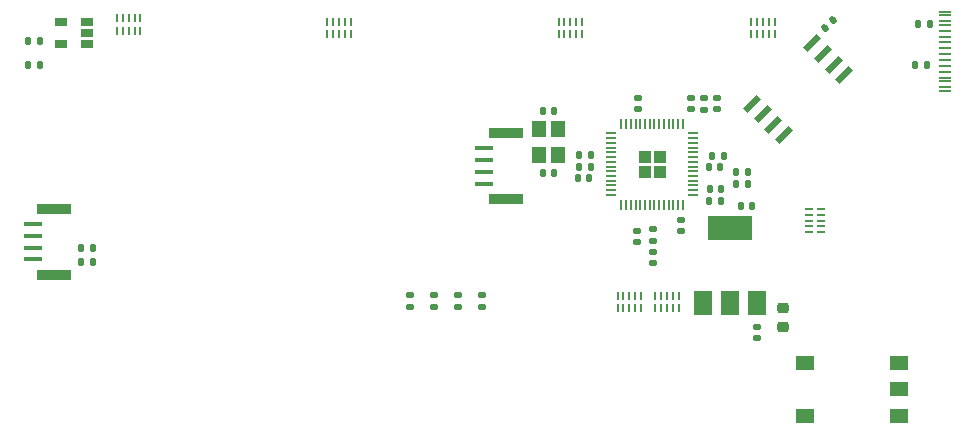
<source format=gbr>
%TF.GenerationSoftware,KiCad,Pcbnew,(6.0.4-0)*%
%TF.CreationDate,2023-01-11T12:36:20-07:00*%
%TF.ProjectId,ReflexFightingBoard,5265666c-6578-4466-9967-6874696e6742,rev?*%
%TF.SameCoordinates,Original*%
%TF.FileFunction,Paste,Top*%
%TF.FilePolarity,Positive*%
%FSLAX46Y46*%
G04 Gerber Fmt 4.6, Leading zero omitted, Abs format (unit mm)*
G04 Created by KiCad (PCBNEW (6.0.4-0)) date 2023-01-11 12:36:20*
%MOMM*%
%LPD*%
G01*
G04 APERTURE LIST*
G04 Aperture macros list*
%AMRoundRect*
0 Rectangle with rounded corners*
0 $1 Rounding radius*
0 $2 $3 $4 $5 $6 $7 $8 $9 X,Y pos of 4 corners*
0 Add a 4 corners polygon primitive as box body*
4,1,4,$2,$3,$4,$5,$6,$7,$8,$9,$2,$3,0*
0 Add four circle primitives for the rounded corners*
1,1,$1+$1,$2,$3*
1,1,$1+$1,$4,$5*
1,1,$1+$1,$6,$7*
1,1,$1+$1,$8,$9*
0 Add four rect primitives between the rounded corners*
20,1,$1+$1,$2,$3,$4,$5,0*
20,1,$1+$1,$4,$5,$6,$7,0*
20,1,$1+$1,$6,$7,$8,$9,0*
20,1,$1+$1,$8,$9,$2,$3,0*%
%AMRotRect*
0 Rectangle, with rotation*
0 The origin of the aperture is its center*
0 $1 length*
0 $2 width*
0 $3 Rotation angle, in degrees counterclockwise*
0 Add horizontal line*
21,1,$1,$2,0,0,$3*%
G04 Aperture macros list end*
%ADD10RoundRect,0.135000X-0.185000X0.135000X-0.185000X-0.135000X0.185000X-0.135000X0.185000X0.135000X0*%
%ADD11RoundRect,0.135000X0.135000X0.185000X-0.135000X0.185000X-0.135000X-0.185000X0.135000X-0.185000X0*%
%ADD12R,1.060000X0.650000*%
%ADD13RoundRect,0.140000X-0.140000X-0.170000X0.140000X-0.170000X0.140000X0.170000X-0.140000X0.170000X0*%
%ADD14R,3.000000X0.900000*%
%ADD15R,1.600000X0.400000*%
%ADD16RoundRect,0.140000X0.140000X0.170000X-0.140000X0.170000X-0.140000X-0.170000X0.140000X-0.170000X0*%
%ADD17O,0.200000X0.700000*%
%ADD18RoundRect,0.140000X-0.170000X0.140000X-0.170000X-0.140000X0.170000X-0.140000X0.170000X0.140000X0*%
%ADD19RoundRect,0.135000X0.185000X-0.135000X0.185000X0.135000X-0.185000X0.135000X-0.185000X-0.135000X0*%
%ADD20R,1.500000X2.000000*%
%ADD21R,3.800000X2.000000*%
%ADD22RotRect,1.610000X0.580000X45.000000*%
%ADD23RoundRect,0.250000X-0.292217X0.292217X-0.292217X-0.292217X0.292217X-0.292217X0.292217X0.292217X0*%
%ADD24RoundRect,0.050000X-0.050000X0.387500X-0.050000X-0.387500X0.050000X-0.387500X0.050000X0.387500X0*%
%ADD25RoundRect,0.050000X-0.387500X0.050000X-0.387500X-0.050000X0.387500X-0.050000X0.387500X0.050000X0*%
%ADD26RoundRect,0.140000X0.170000X-0.140000X0.170000X0.140000X-0.170000X0.140000X-0.170000X-0.140000X0*%
%ADD27RoundRect,0.135000X-0.135000X-0.185000X0.135000X-0.185000X0.135000X0.185000X-0.135000X0.185000X0*%
%ADD28R,1.150000X1.400000*%
%ADD29RoundRect,0.218750X0.256250X-0.218750X0.256250X0.218750X-0.256250X0.218750X-0.256250X-0.218750X0*%
%ADD30R,1.550000X1.300000*%
%ADD31RoundRect,0.140000X0.021213X-0.219203X0.219203X-0.021213X-0.021213X0.219203X-0.219203X0.021213X0*%
%ADD32RoundRect,0.147500X0.172500X-0.147500X0.172500X0.147500X-0.172500X0.147500X-0.172500X-0.147500X0*%
%ADD33R,1.100000X0.225000*%
%ADD34O,0.700000X0.200000*%
G04 APERTURE END LIST*
D10*
%TO.C,R3*%
X152208000Y-112510000D03*
X152208000Y-113530000D03*
%TD*%
%TO.C,R4*%
X154240000Y-112510000D03*
X154240000Y-113530000D03*
%TD*%
%TO.C,R1*%
X148144000Y-112510000D03*
X148144000Y-113530000D03*
%TD*%
%TO.C,R2*%
X150176000Y-112510000D03*
X150176000Y-113530000D03*
%TD*%
D11*
%TO.C,R5*%
X116810000Y-91000000D03*
X115790000Y-91000000D03*
%TD*%
D12*
%TO.C,U2*%
X120800000Y-91272400D03*
X120800000Y-90322400D03*
X120800000Y-89372400D03*
X118600000Y-89372400D03*
X118600000Y-91272400D03*
%TD*%
D13*
%TO.C,C1*%
X115820000Y-93000000D03*
X116780000Y-93000000D03*
%TD*%
D11*
%TO.C,R6*%
X121310000Y-109700000D03*
X120290000Y-109700000D03*
%TD*%
%TO.C,R7*%
X121310000Y-108500000D03*
X120290000Y-108500000D03*
%TD*%
D14*
%TO.C,J9*%
X118024000Y-105200000D03*
X118024000Y-110800000D03*
D15*
X116176000Y-109493000D03*
X116176000Y-108493000D03*
X116176000Y-107493000D03*
X116176000Y-106493000D03*
%TD*%
D14*
%TO.C,J13*%
X156224000Y-98800000D03*
X156224000Y-104400000D03*
D15*
X154376000Y-103093000D03*
X154376000Y-102093000D03*
X154376000Y-101093000D03*
X154376000Y-100093000D03*
%TD*%
D16*
%TO.C,C9*%
X163310000Y-102600000D03*
X162350000Y-102600000D03*
%TD*%
D17*
%TO.C,U9*%
X168900000Y-113600000D03*
X169400000Y-113600000D03*
X169900000Y-113600000D03*
X170400000Y-113600000D03*
X170900000Y-113600000D03*
X170900000Y-112550000D03*
X170400000Y-112550000D03*
X169900000Y-112550000D03*
X169400000Y-112550000D03*
X168900000Y-112550000D03*
%TD*%
D10*
%TO.C,R15*%
X173000000Y-95790000D03*
X173000000Y-96810000D03*
%TD*%
D13*
%TO.C,C8*%
X173720000Y-100700000D03*
X174680000Y-100700000D03*
%TD*%
D18*
%TO.C,C11*%
X167340000Y-107050000D03*
X167340000Y-108010000D03*
%TD*%
D11*
%TO.C,R18*%
X176710000Y-102110000D03*
X175690000Y-102110000D03*
%TD*%
D19*
%TO.C,R20*%
X168720000Y-107910000D03*
X168720000Y-106890000D03*
%TD*%
D17*
%TO.C,U7*%
X125300000Y-89095000D03*
X124800000Y-89095000D03*
X124300000Y-89095000D03*
X123800000Y-89095000D03*
X123300000Y-89095000D03*
X123300000Y-90145000D03*
X123800000Y-90145000D03*
X124300000Y-90145000D03*
X124800000Y-90145000D03*
X125300000Y-90145000D03*
%TD*%
D20*
%TO.C,U3*%
X172900000Y-113150000D03*
X175200000Y-113150000D03*
D21*
X175200000Y-106850000D03*
D20*
X177500000Y-113150000D03*
%TD*%
D22*
%TO.C,FLASH1*%
X177103842Y-96302082D03*
X178001867Y-97200107D03*
X178899893Y-98098133D03*
X179797918Y-98996158D03*
X184896158Y-93897918D03*
X183998133Y-92999893D03*
X183100107Y-92101867D03*
X182202082Y-91203842D03*
%TD*%
D23*
%TO.C,U4*%
X167982500Y-100792500D03*
X169257500Y-100792500D03*
X167982500Y-102067500D03*
X169257500Y-102067500D03*
D24*
X171220000Y-97992500D03*
X170820000Y-97992500D03*
X170420000Y-97992500D03*
X170020000Y-97992500D03*
X169620000Y-97992500D03*
X169220000Y-97992500D03*
X168820000Y-97992500D03*
X168420000Y-97992500D03*
X168020000Y-97992500D03*
X167620000Y-97992500D03*
X167220000Y-97992500D03*
X166820000Y-97992500D03*
X166420000Y-97992500D03*
X166020000Y-97992500D03*
D25*
X165182500Y-98830000D03*
X165182500Y-99230000D03*
X165182500Y-99630000D03*
X165182500Y-100030000D03*
X165182500Y-100430000D03*
X165182500Y-100830000D03*
X165182500Y-101230000D03*
X165182500Y-101630000D03*
X165182500Y-102030000D03*
X165182500Y-102430000D03*
X165182500Y-102830000D03*
X165182500Y-103230000D03*
X165182500Y-103630000D03*
X165182500Y-104030000D03*
D24*
X166020000Y-104867500D03*
X166420000Y-104867500D03*
X166820000Y-104867500D03*
X167220000Y-104867500D03*
X167620000Y-104867500D03*
X168020000Y-104867500D03*
X168420000Y-104867500D03*
X168820000Y-104867500D03*
X169220000Y-104867500D03*
X169620000Y-104867500D03*
X170020000Y-104867500D03*
X170420000Y-104867500D03*
X170820000Y-104867500D03*
X171220000Y-104867500D03*
D25*
X172057500Y-104030000D03*
X172057500Y-103630000D03*
X172057500Y-103230000D03*
X172057500Y-102830000D03*
X172057500Y-102430000D03*
X172057500Y-102030000D03*
X172057500Y-101630000D03*
X172057500Y-101230000D03*
X172057500Y-100830000D03*
X172057500Y-100430000D03*
X172057500Y-100030000D03*
X172057500Y-99630000D03*
X172057500Y-99230000D03*
X172057500Y-98830000D03*
%TD*%
D26*
%TO.C,R14*%
X174100000Y-96780000D03*
X174100000Y-95820000D03*
%TD*%
D27*
%TO.C,R21*%
X190900000Y-93000000D03*
X191920000Y-93000000D03*
%TD*%
D28*
%TO.C,Y1*%
X160650000Y-100650000D03*
X160650000Y-98450000D03*
X159050000Y-98450000D03*
X159050000Y-100650000D03*
%TD*%
D13*
%TO.C,C7*%
X176120000Y-105000000D03*
X177080000Y-105000000D03*
%TD*%
D17*
%TO.C,U1*%
X179000000Y-89375000D03*
X178500000Y-89375000D03*
X178000000Y-89375000D03*
X177500000Y-89375000D03*
X177000000Y-89375000D03*
X177000000Y-90425000D03*
X177500000Y-90425000D03*
X178000000Y-90425000D03*
X178500000Y-90425000D03*
X179000000Y-90425000D03*
%TD*%
D29*
%TO.C,D1*%
X179700000Y-115187500D03*
X179700000Y-113612500D03*
%TD*%
D11*
%TO.C,R19*%
X176710000Y-103110000D03*
X175690000Y-103110000D03*
%TD*%
D26*
%TO.C,C15*%
X167400000Y-96780000D03*
X167400000Y-95820000D03*
%TD*%
D17*
%TO.C,U6*%
X143100000Y-89375000D03*
X142600000Y-89375000D03*
X142100000Y-89375000D03*
X141600000Y-89375000D03*
X141100000Y-89375000D03*
X141100000Y-90425000D03*
X141600000Y-90425000D03*
X142100000Y-90425000D03*
X142600000Y-90425000D03*
X143100000Y-90425000D03*
%TD*%
D27*
%TO.C,R22*%
X191100000Y-89560000D03*
X192120000Y-89560000D03*
%TD*%
D26*
%TO.C,C14*%
X171900000Y-96780000D03*
X171900000Y-95820000D03*
%TD*%
D17*
%TO.C,U5*%
X162700000Y-89375000D03*
X162200000Y-89375000D03*
X161700000Y-89375000D03*
X161200000Y-89375000D03*
X160700000Y-89375000D03*
X160700000Y-90425000D03*
X161200000Y-90425000D03*
X161700000Y-90425000D03*
X162200000Y-90425000D03*
X162700000Y-90425000D03*
%TD*%
D13*
%TO.C,C12*%
X173460000Y-104535062D03*
X174420000Y-104535062D03*
%TD*%
%TO.C,C10*%
X173520000Y-103500000D03*
X174480000Y-103500000D03*
%TD*%
D30*
%TO.C,SW1*%
X181575000Y-118250000D03*
X189525000Y-118250000D03*
X189525000Y-120500000D03*
X189525000Y-122750000D03*
X181575000Y-122750000D03*
%TD*%
D31*
%TO.C,C5*%
X183260589Y-89939411D03*
X183939411Y-89260589D03*
%TD*%
D32*
%TO.C,D2*%
X168720000Y-109807500D03*
X168720000Y-108837500D03*
%TD*%
D18*
%TO.C,C6*%
X177500000Y-115220000D03*
X177500000Y-116180000D03*
%TD*%
D17*
%TO.C,U8*%
X167700000Y-112575000D03*
X167200000Y-112575000D03*
X166700000Y-112575000D03*
X166200000Y-112575000D03*
X165700000Y-112575000D03*
X165700000Y-113625000D03*
X166200000Y-113625000D03*
X166700000Y-113625000D03*
X167200000Y-113625000D03*
X167700000Y-113625000D03*
%TD*%
D16*
%TO.C,C4*%
X160330000Y-96900000D03*
X159370000Y-96900000D03*
%TD*%
D13*
%TO.C,C3*%
X159370000Y-102210000D03*
X160330000Y-102210000D03*
%TD*%
D11*
%TO.C,R16*%
X163430000Y-100650000D03*
X162410000Y-100650000D03*
%TD*%
D33*
%TO.C,J15*%
X193393337Y-95224000D03*
X193393337Y-94424000D03*
X193393337Y-93124000D03*
X193393337Y-92124000D03*
X193393337Y-91624000D03*
X193393337Y-93624000D03*
X193393337Y-89324000D03*
X193393337Y-88524000D03*
X193393337Y-88824000D03*
X193393337Y-89624000D03*
X193393337Y-90124000D03*
X193393337Y-91124000D03*
X193393337Y-92624000D03*
X193393337Y-90624000D03*
X193393337Y-94124000D03*
X193393337Y-94924000D03*
%TD*%
D34*
%TO.C,U10*%
X181875000Y-105200000D03*
X181875000Y-105700000D03*
X181875000Y-106200000D03*
X181875000Y-106700000D03*
X181875000Y-107200000D03*
X182925000Y-107200000D03*
X182925000Y-106700000D03*
X182925000Y-106200000D03*
X182925000Y-105700000D03*
X182925000Y-105200000D03*
%TD*%
D16*
%TO.C,C17*%
X163410000Y-101630000D03*
X162450000Y-101630000D03*
%TD*%
D13*
%TO.C,C13*%
X173420000Y-101700000D03*
X174380000Y-101700000D03*
%TD*%
D18*
%TO.C,C16*%
X171100000Y-106120000D03*
X171100000Y-107080000D03*
%TD*%
M02*

</source>
